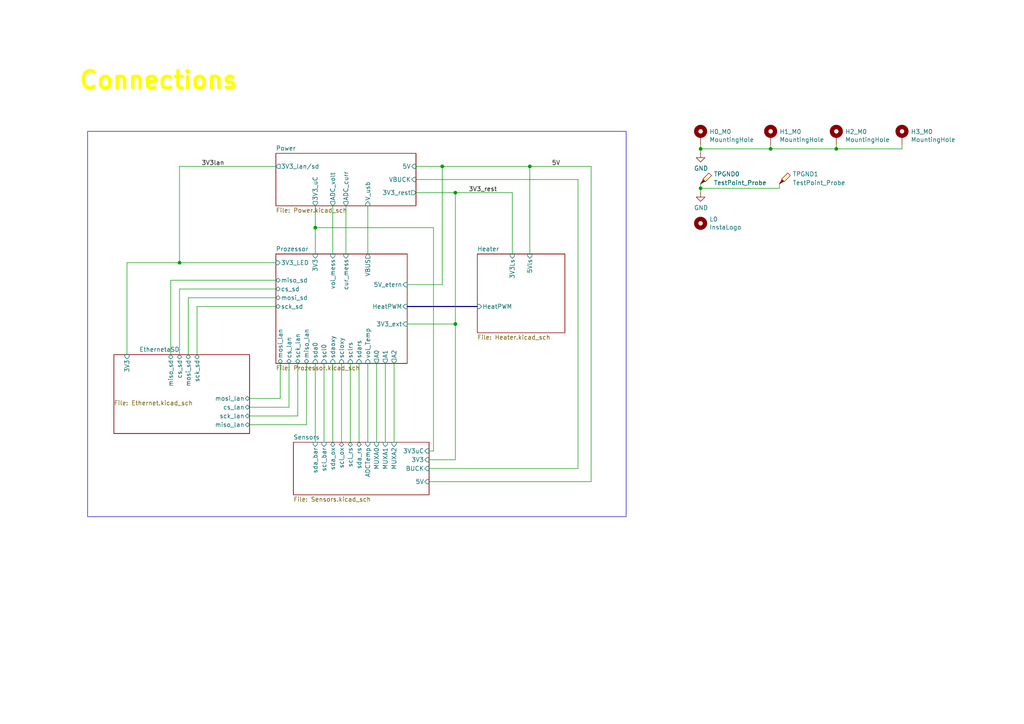
<source format=kicad_sch>
(kicad_sch (version 20231120) (generator "eeschema") (generator_version "8.0")
  (paper "A4")
  (lib_symbols
    (symbol "SymbolsBalloonv4:GND" (power) (pin_numbers hide) (pin_names (offset 0) hide)
      (property "Value" "GND" (at 0 -3.81 0))
      (symbol "GND_0_1"
        (polyline (pts (xy 0 0) (xy 0 -1.27) (xy 1.27 -1.27) (xy 0 -2.54) (xy -1.27 -1.27) (xy 0 -1.27)))
      )
      (symbol "GND_1_1"
        (pin power_in line (at 0 0 270) (length 0) (name "~") (number "1"))
      )
    )
    (symbol "SymbolsBalloonv4:MountingHole" (pin_names (offset 1.016))
      (property "Reference" "H" (at 0 5.08 0))
      (property "Value" "MountingHole" (at 0 3.175 0))
      (symbol "MountingHole_0_1"
        (circle (center 0 0) (radius 1.27) (stroke (width 1.27)))
      )
    )
    (symbol "SymbolsBalloonv4:MountingHole_Pad" (pin_numbers hide) (pin_names (offset 1.016) hide)
      (property "Reference" "H" (at 0 6.35 0))
      (property "Value" "MountingHole_Pad" (at 0 4.445 0))
      (symbol "MountingHole_Pad_0_1"
        (circle (center 0 1.27) (radius 1.27) (stroke (width 1.27)))
      )
      (symbol "MountingHole_Pad_1_1"
        (pin input line (at 0 -2.54 90) (length 2.54) (name "1") (number "1"))
      )
    )
    (symbol "SymbolsBalloonv4:TestPoint_Probe" (pin_numbers hide) (pin_names (offset 0.762) hide)
      (property "Reference" "TP" (at 1.651 5.842 0))
      (property "Value" "TestPoint_Probe" (at 1.651 4.064 0))
      (symbol "TestPoint_Probe_0_1"
        (polyline (pts (xy 1.27 0.762) (xy 0 0) (xy 0.762 1.27) (xy 1.27 0.762)) (fill (type outline)))
        (polyline (pts (xy 1.397 0.635) (xy 0.635 1.397) (xy 2.413 3.175) (xy 3.175 2.413) (xy 1.397 0.635)) (fill (type background)))
      )
      (symbol "TestPoint_Probe_1_1"
        (pin passive line (at 0 0 90) (length 0) (name "1") (number "1"))
      )
    )
  )
  (junction (at 153.67 48.26))
  (junction (at 132.08 93.98))
  (junction (at 128.27 48.26))
  (junction (at 132.08 55.88))
  (junction (at 242.57 43.18))
  (junction (at 91.44 66.04))
  (junction (at 203.2 54.61))
  (junction (at 52.07 76.2))
  (junction (at 203.2 43.18))
  (junction (at 223.52 43.18))
  (wire (pts (xy 81.28 105.41) (xy 81.28 115.57)))
  (wire (pts (xy 54.61 86.36) (xy 80.01 86.36)))
  (wire (pts (xy 128.27 48.26) (xy 128.27 82.55)))
  (wire (pts (xy 86.36 120.65) (xy 86.36 105.41)))
  (wire (pts (xy 72.39 120.65) (xy 86.36 120.65)))
  (wire (pts (xy 223.52 43.18) (xy 223.52 41.91)))
  (wire (pts (xy 100.33 59.69) (xy 100.33 73.66)))
  (wire (pts (xy 132.08 93.98) (xy 132.08 133.35)))
  (wire (pts (xy 88.9 123.19) (xy 72.39 123.19)))
  (wire (pts (xy 114.3 105.41) (xy 114.3 128.27)))
  (wire (pts (xy 96.52 59.69) (xy 96.52 73.66)))
  (wire (pts (xy 203.2 43.18) (xy 203.2 41.91)))
  (wire (pts (xy 128.27 82.55) (xy 118.11 82.55)))
  (wire (pts (xy 120.65 52.07) (xy 167.64 52.07)))
  (wire (pts (xy 203.2 53.34) (xy 203.2 54.61)))
  (wire (pts (xy 72.39 118.11) (xy 83.82 118.11)))
  (wire (pts (xy 99.06 105.41) (xy 99.06 128.27)))
  (wire (pts (xy 167.64 52.07) (xy 167.64 135.89)))
  (wire (pts (xy 57.15 88.9) (xy 80.01 88.9)))
  (wire (pts (xy 125.73 130.81) (xy 125.73 66.04)))
  (wire (pts (xy 49.53 81.28) (xy 49.53 102.87)))
  (wire (pts (xy 96.52 105.41) (xy 96.52 128.27)))
  (wire (pts (xy 203.2 43.18) (xy 223.52 43.18)))
  (wire (pts (xy 261.62 43.18) (xy 261.62 41.91)))
  (wire (pts (xy 203.2 44.45) (xy 203.2 43.18)))
  (wire (pts (xy 242.57 43.18) (xy 261.62 43.18)))
  (wire (pts (xy 242.57 43.18) (xy 242.57 41.91)))
  (wire (pts (xy 57.15 88.9) (xy 57.15 102.87)))
  (wire (pts (xy 171.45 48.26) (xy 171.45 139.7)))
  (wire (pts (xy 120.65 48.26) (xy 128.27 48.26)))
  (wire (pts (xy 120.65 55.88) (xy 132.08 55.88)))
  (wire (pts (xy 93.98 105.41) (xy 93.98 128.27)))
  (wire (pts (xy 52.07 76.2) (xy 80.01 76.2)))
  (wire (pts (xy 72.39 115.57) (xy 81.28 115.57)))
  (wire (pts (xy 223.52 43.18) (xy 242.57 43.18)))
  (wire (pts (xy 124.46 139.7) (xy 171.45 139.7)))
  (wire (pts (xy 91.44 105.41) (xy 91.44 128.27)))
  (wire (pts (xy 83.82 105.41) (xy 83.82 118.11)))
  (wire (pts (xy 101.6 105.41) (xy 101.6 128.27)))
  (wire (pts (xy 106.68 105.41) (xy 106.68 128.27)))
  (wire (pts (xy 52.07 83.82) (xy 80.01 83.82)))
  (wire (pts (xy 226.06 54.61) (xy 203.2 54.61)))
  (wire (pts (xy 36.83 76.2) (xy 36.83 102.87)))
  (wire (pts (xy 91.44 66.04) (xy 91.44 73.66)))
  (wire (pts (xy 104.14 105.41) (xy 104.14 128.27)))
  (wire (pts (xy 124.46 130.81) (xy 125.73 130.81)))
  (wire (pts (xy 118.11 93.98) (xy 132.08 93.98)))
  (wire (pts (xy 125.73 66.04) (xy 91.44 66.04)))
  (wire (pts (xy 132.08 55.88) (xy 148.59 55.88)))
  (wire (pts (xy 203.2 54.61) (xy 203.2 55.88)))
  (wire (pts (xy 153.67 73.66) (xy 153.67 48.26)))
  (bus (pts (xy 118.11 88.9) (xy 138.43 88.9)))
  (wire (pts (xy 52.07 48.26) (xy 52.07 76.2)))
  (wire (pts (xy 54.61 102.87) (xy 54.61 86.36)))
  (wire (pts (xy 106.68 59.69) (xy 106.68 73.66)))
  (wire (pts (xy 153.67 48.26) (xy 171.45 48.26)))
  (wire (pts (xy 124.46 133.35) (xy 132.08 133.35)))
  (wire (pts (xy 167.64 135.89) (xy 124.46 135.89)))
  (wire (pts (xy 226.06 54.61) (xy 226.06 53.34)))
  (wire (pts (xy 91.44 59.69) (xy 91.44 66.04)))
  (wire (pts (xy 52.07 83.82) (xy 52.07 102.87)))
  (wire (pts (xy 148.59 55.88) (xy 148.59 73.66)))
  (wire (pts (xy 128.27 48.26) (xy 153.67 48.26)))
  (wire (pts (xy 88.9 105.41) (xy 88.9 123.19)))
  (wire (pts (xy 49.53 81.28) (xy 80.01 81.28)))
  (wire (pts (xy 132.08 55.88) (xy 132.08 93.98)))
  (wire (pts (xy 52.07 48.26) (xy 80.01 48.26)))
  (wire (pts (xy 111.76 105.41) (xy 111.76 128.27)))
  (wire (pts (xy 36.83 76.2) (xy 52.07 76.2)))
  (wire (pts (xy 109.22 105.41) (xy 109.22 128.27)))
  (rectangle (start 25.4 38.1) (end 181.61 149.86))
  (text "optional Upgrades\n- MUX Serial communication for Oxygen Sensors\n- USB-PD\n- dedicated current sense amplifier\n- Battery Voltage Measurement before shunt\n- replace LDOs with low noise buck converter\n" (at 185.42 123.952 0) (effects (font (size 2 2)) (justify left top)))
  (text "Bekannte Designfehler\n- Input Rush von Buck Converter Condesnsatoren \n		     von Heater Condensatoren\n	nicht begrenzt (induktor?)\n- Voltageshifter OE uC controlled + pulldown resistor\n- keine seperate Analog/HF Groundplanes\n- no ESD Protection\n- Rework OPamp choice\n- change current sensing to lowside and add capasitance" (at 185.674 77.724 0) (effects (font (size 2 2)) (justify left top)))
  (text "Connections" (at 22.606 26.416 0) (effects (font (size 5 5) (thickness 1) (bold yes)) (justify left bottom)))
  (label "3V3lan" (at 58.42 48.26 0))
  (label "5V" (at 160.02 48.26 0))
  (label "3V3_rest" (at 135.89 55.88 0))
  (symbol (lib_id "SymbolsBalloonv4:TestPoint_Probe") (at 226.06 53.34 0) (unit 1) (in_bom no)
    (property "Reference" "TPGND1" (at 229.87 50.4824 0) (effects (justify left)))
    (property "Value" "TestPoint_Probe" (at 229.87 53.0224 0) (effects (justify left)))
    (property "Footprint" "TestPoint:TestPoint_Loop_D1.80mm_Drill1.0mm_Beaded" (effects (hide yes)))
    (property "Description" "test point (alternative probe-style design)" (effects (hide yes)))
  )
  (symbol (lib_id "SymbolsBalloonv4:MountingHole_Pad") (at 261.62 39.37 0) (unit 1)
    (property "Reference" "H3_M0" (at 264.16 38.2016 0) (effects (justify left)))
    (property "Value" "MountingHole" (at 264.16 40.513 0) (effects (justify left)))
    (property "Footprint" "MountingHole:MountingHole_2.2mm_M2_Pad_Via" (effects (hide yes)))
    (property "Description" "Mounting Hole with connection" (effects (hide yes)))
  )
  (symbol (lib_id "SymbolsBalloonv4:MountingHole") (at 203.2 64.77 0) (unit 1) (in_bom no)
    (property "Reference" "L0" (at 205.74 63.6016 0) (effects (justify left)))
    (property "Value" "InstaLogo" (at 205.74 65.913 0) (effects (justify left)))
    (property "Footprint" "SamacSys_Parts:insta" (effects (hide yes)))
    (property "Description" "Mounting Hole without connection" (effects (hide yes)))
  )
  (symbol (lib_id "SymbolsBalloonv4:GND") (at 203.2 55.88 0) (unit 1)
    (property "Reference" "#PWR01" (effects (hide yes)))
    (property "Value" "GND" (at 203.327 60.2742 0))
    (property "Description" "Power symbol creates a global label with name \"GND\" , ground" (effects (hide yes)))
  )
  (symbol (lib_id "SymbolsBalloonv4:MountingHole_Pad") (at 242.57 39.37 0) (unit 1)
    (property "Reference" "H2_M0" (at 245.11 38.2016 0) (effects (justify left)))
    (property "Value" "MountingHole" (at 245.11 40.513 0) (effects (justify left)))
    (property "Footprint" "MountingHole:MountingHole_2.2mm_M2_Pad_Via" (effects (hide yes)))
    (property "Description" "Mounting Hole with connection" (effects (hide yes)))
  )
  (symbol (lib_id "SymbolsBalloonv4:MountingHole_Pad") (at 203.2 39.37 0) (unit 1)
    (property "Reference" "H0_M0" (at 205.74 38.2016 0) (effects (justify left)))
    (property "Value" "MountingHole" (at 205.74 40.513 0) (effects (justify left)))
    (property "Footprint" "MountingHole:MountingHole_2.2mm_M2_Pad_Via" (effects (hide yes)))
    (property "Description" "Mounting Hole with connection" (effects (hide yes)))
  )
  (symbol (lib_id "SymbolsBalloonv4:GND") (at 203.2 44.45 0) (unit 1)
    (property "Reference" "#PWR00" (effects (hide yes)))
    (property "Value" "GND" (at 203.327 48.8442 0))
    (property "Description" "Power symbol creates a global label with name \"GND\" , ground" (effects (hide yes)))
  )
  (symbol (lib_id "SymbolsBalloonv4:TestPoint_Probe") (at 203.2 53.34 0) (unit 1) (in_bom no)
    (property "Reference" "TPGND0" (at 207.01 50.4824 0) (effects (justify left)))
    (property "Value" "TestPoint_Probe" (at 207.01 53.0224 0) (effects (justify left)))
    (property "Footprint" "TestPoint:TestPoint_Loop_D1.80mm_Drill1.0mm_Beaded" (effects (hide yes)))
    (property "Description" "test point (alternative probe-style design)" (effects (hide yes)))
  )
  (symbol (lib_id "SymbolsBalloonv4:MountingHole_Pad") (at 223.52 39.37 0) (unit 1)
    (property "Reference" "H1_M0" (at 226.06 38.2016 0) (effects (justify left)))
    (property "Value" "MountingHole" (at 226.06 40.513 0) (effects (justify left)))
    (property "Footprint" "MountingHole:MountingHole_2.2mm_M2_Pad_Via" (effects (hide yes)))
    (property "Description" "Mounting Hole with connection" (effects (hide yes)))
  )
  (sheet (at 80.01 44.45) (size 40.64 15.24) (stroke (width 0.1524))
    (property "Sheetname" "Power" (at 80.01 43.7384 0) (effects (justify left bottom)))
    (property "Sheetfile" "Power.kicad_sch" (at 80.01 60.2746 0) (effects (justify left top)))
    (pin "3V3_uC" output (at 91.44 59.69 270))
    (pin "V_usb" input (at 106.68 59.69 270))
    (pin "ADC_curr" output (at 100.33 59.69 270))
    (pin "ADC_volt" output (at 96.52 59.69 270))
    (pin "3V3_lan{slash}sd" output (at 80.01 48.26 180))
    (pin "3V3_rest" output (at 120.65 55.88 0))
    (pin "5V" input (at 120.65 48.26 0))
    (pin "VBUCK" input (at 120.65 52.07 0))
  )
  (sheet (at 80.01 73.66) (size 38.1 31.75) (stroke (width 0.1524))
    (property "Sheetname" "Prozessor" (at 80.01 72.9484 0) (effects (justify left bottom)))
    (property "Sheetfile" "Prozessor.kicad_sch" (at 80.01 105.9946 0) (effects (justify left top)))
    (pin "mosi_lan" bidirectional (at 81.28 105.41 270))
    (pin "vol_mess" input (at 96.52 73.66 90))
    (pin "cs_lan" bidirectional (at 83.82 105.41 270))
    (pin "miso_lan" bidirectional (at 88.9 105.41 270))
    (pin "sck_lan" bidirectional (at 86.36 105.41 270))
    (pin "cur_mess" input (at 100.33 73.66 90))
    (pin "3V3" input (at 91.44 73.66 90))
    (pin "VBUS" output (at 106.68 73.66 90))
    (pin "miso_sd" bidirectional (at 80.01 81.28 180))
    (pin "cs_sd" bidirectional (at 80.01 83.82 180))
    (pin "mosi_sd" bidirectional (at 80.01 86.36 180))
    (pin "sck_sd" bidirectional (at 80.01 88.9 180))
    (pin "5V_etern" input (at 118.11 82.55 0))
    (pin "vol_Temp" input (at 106.68 105.41 270))
    (pin "A2" output (at 114.3 105.41 270))
    (pin "A1" output (at 111.76 105.41 270))
    (pin "A0" output (at 109.22 105.41 270))
    (pin "sdaoxy" input (at 96.52 105.41 270))
    (pin "scloxy" input (at 99.06 105.41 270))
    (pin "sclrs" input (at 101.6 105.41 270))
    (pin "sdars" input (at 104.14 105.41 270))
    (pin "3V3_ext" input (at 118.11 93.98 0))
    (pin "scl0" input (at 93.98 105.41 270))
    (pin "sda0" input (at 91.44 105.41 270))
    (pin "3V3_LED" input (at 80.01 76.2 180))
    (pin "HeatPWM" input (at 118.11 88.9 0))
  )
  (sheet (at 85.09 128.27) (size 39.37 15.24) (stroke (width 0.1524))
    (property "Sheetname" "Sensors" (at 85.09 127.5584 0) (effects (justify left bottom)))
    (property "Sheetfile" "Sensors.kicad_sch" (at 85.09 144.0946 0) (effects (justify left top)))
    (pin "3V3" input (at 124.46 133.35 0))
    (pin "5V" input (at 124.46 139.7 0))
    (pin "MUXA0" input (at 109.22 128.27 90))
    (pin "MUXA1" input (at 111.76 128.27 90))
    (pin "MUXA2" input (at 114.3 128.27 90))
    (pin "ADCTemp" input (at 106.68 128.27 90))
    (pin "sda_bar" input (at 91.44 128.27 90))
    (pin "scl_bar" input (at 93.98 128.27 90))
    (pin "sda_ox" bidirectional (at 96.52 128.27 90))
    (pin "scl_ox" bidirectional (at 99.06 128.27 90))
    (pin "sda_rs" bidirectional (at 104.14 128.27 90))
    (pin "scl_rs" bidirectional (at 101.6 128.27 90))
    (pin "3V3uC" input (at 124.46 130.81 0))
    (pin "BUCK" input (at 124.46 135.89 0))
  )
  (sheet (at 33.02 102.87) (size 39.37 22.86) (stroke (width 0.1524))
    (property "Sheetname" "EthernetaSD" (at 40.386 102.108 0) (effects (justify left bottom)))
    (property "Sheetfile" "Ethernet.kicad_sch" (at 33.02 116.1546 0) (effects (justify left top)))
    (pin "sck_lan" bidirectional (at 72.39 120.65 0))
    (pin "miso_lan" bidirectional (at 72.39 123.19 0))
    (pin "mosi_lan" bidirectional (at 72.39 115.57 0))
    (pin "cs_lan" bidirectional (at 72.39 118.11 0))
    (pin "3V3" input (at 36.83 102.87 90))
    (pin "sck_sd" bidirectional (at 57.15 102.87 90))
    (pin "mosi_sd" bidirectional (at 54.61 102.87 90))
    (pin "cs_sd" bidirectional (at 52.07 102.87 90))
    (pin "miso_sd" bidirectional (at 49.53 102.87 90))
  )
  (sheet (at 138.43 73.66) (size 25.4 22.86) (stroke (width 0.1524))
    (property "Sheetname" "Heater" (at 138.43 72.9484 0) (effects (justify left bottom)))
    (property "Sheetfile" "Heater.kicad_sch" (at 138.43 97.1046 0) (effects (justify left top)))
    (pin "3V3Ls" input (at 148.59 73.66 90))
    (pin "5Vls" input (at 153.67 73.66 90))
    (pin "HeatPWM" input (at 138.43 88.9 180))
  )
)
</source>
